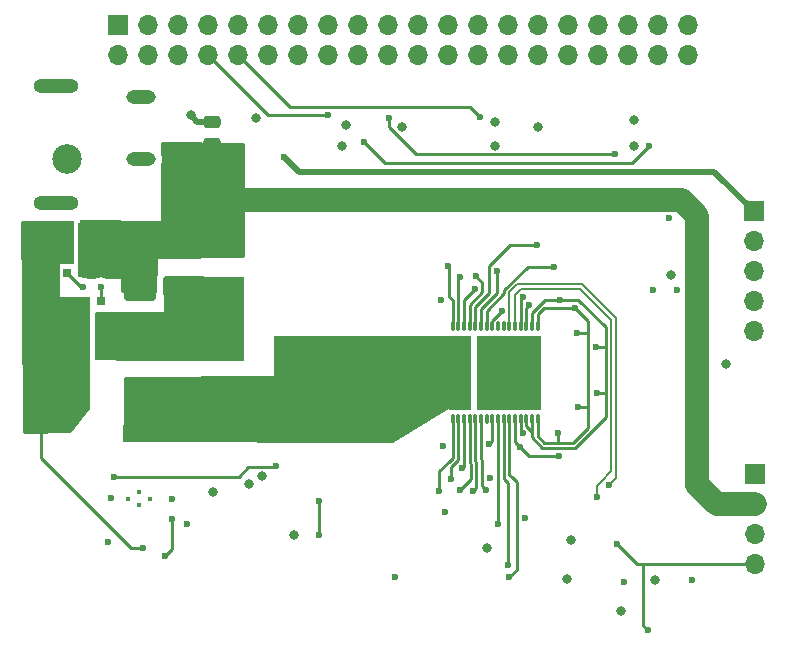
<source format=gbr>
G04 #@! TF.GenerationSoftware,KiCad,Pcbnew,7.0.5-0*
G04 #@! TF.CreationDate,2023-06-09T10:40:46+01:00*
G04 #@! TF.ProjectId,Hashat,48617368-6174-42e6-9b69-6361645f7063,rev?*
G04 #@! TF.SameCoordinates,Original*
G04 #@! TF.FileFunction,Copper,L1,Top*
G04 #@! TF.FilePolarity,Positive*
%FSLAX46Y46*%
G04 Gerber Fmt 4.6, Leading zero omitted, Abs format (unit mm)*
G04 Created by KiCad (PCBNEW 7.0.5-0) date 2023-06-09 10:40:46*
%MOMM*%
%LPD*%
G01*
G04 APERTURE LIST*
G04 Aperture macros list*
%AMRoundRect*
0 Rectangle with rounded corners*
0 $1 Rounding radius*
0 $2 $3 $4 $5 $6 $7 $8 $9 X,Y pos of 4 corners*
0 Add a 4 corners polygon primitive as box body*
4,1,4,$2,$3,$4,$5,$6,$7,$8,$9,$2,$3,0*
0 Add four circle primitives for the rounded corners*
1,1,$1+$1,$2,$3*
1,1,$1+$1,$4,$5*
1,1,$1+$1,$6,$7*
1,1,$1+$1,$8,$9*
0 Add four rect primitives between the rounded corners*
20,1,$1+$1,$2,$3,$4,$5,0*
20,1,$1+$1,$4,$5,$6,$7,0*
20,1,$1+$1,$6,$7,$8,$9,0*
20,1,$1+$1,$8,$9,$2,$3,0*%
%AMFreePoly0*
4,1,35,0.005000,-4.560000,0.003536,-4.563536,0.000000,-4.565000,-5.000000,-4.565000,-5.003536,-4.563536,-5.005000,-4.560000,-5.005000,-3.898000,-5.003536,-3.894464,-5.000000,-3.893000,-4.325000,-3.893000,-4.325000,-3.269700,-5.000000,-3.269700,-5.003536,-3.268236,-5.005000,-3.264700,-5.005000,-2.599700,-5.003536,-2.596164,-5.000000,-2.594700,-4.325000,-2.594700,-4.325000,-1.971400,-5.000000,-1.971400,
-5.003536,-1.969936,-5.005000,-1.966400,-5.005000,-1.301400,-5.003536,-1.297864,-5.000000,-1.296400,-4.325000,-1.296400,-4.325000,-0.673100,-5.000000,-0.673100,-5.003536,-0.671636,-5.005000,-0.668100,-5.005000,0.000000,-5.003536,0.003536,-5.000000,0.005000,0.005000,0.005000,0.005000,-4.560000,0.005000,-4.560000,$1*%
G04 Aperture macros list end*
G04 #@! TA.AperFunction,ComponentPad*
%ADD10R,1.700000X1.700000*%
G04 #@! TD*
G04 #@! TA.AperFunction,ComponentPad*
%ADD11O,1.700000X1.700000*%
G04 #@! TD*
G04 #@! TA.AperFunction,ComponentPad*
%ADD12C,2.500000*%
G04 #@! TD*
G04 #@! TA.AperFunction,ComponentPad*
%ADD13O,3.800000X1.200000*%
G04 #@! TD*
G04 #@! TA.AperFunction,ComponentPad*
%ADD14O,2.500000X1.200000*%
G04 #@! TD*
G04 #@! TA.AperFunction,ComponentPad*
%ADD15C,2.000000*%
G04 #@! TD*
G04 #@! TA.AperFunction,SMDPad,CuDef*
%ADD16R,2.700000X1.600000*%
G04 #@! TD*
G04 #@! TA.AperFunction,SMDPad,CuDef*
%ADD17RoundRect,0.250000X-1.100000X0.325000X-1.100000X-0.325000X1.100000X-0.325000X1.100000X0.325000X0*%
G04 #@! TD*
G04 #@! TA.AperFunction,SMDPad,CuDef*
%ADD18R,0.800000X0.700000*%
G04 #@! TD*
G04 #@! TA.AperFunction,SMDPad,CuDef*
%ADD19FreePoly0,0.000000*%
G04 #@! TD*
G04 #@! TA.AperFunction,SMDPad,CuDef*
%ADD20RoundRect,0.250000X0.475000X-0.250000X0.475000X0.250000X-0.475000X0.250000X-0.475000X-0.250000X0*%
G04 #@! TD*
G04 #@! TA.AperFunction,SMDPad,CuDef*
%ADD21RoundRect,0.250000X0.650000X-0.325000X0.650000X0.325000X-0.650000X0.325000X-0.650000X-0.325000X0*%
G04 #@! TD*
G04 #@! TA.AperFunction,SMDPad,CuDef*
%ADD22RoundRect,0.135000X0.000000X-0.295000X0.000000X0.295000X0.000000X0.295000X0.000000X-0.295000X0*%
G04 #@! TD*
G04 #@! TA.AperFunction,SMDPad,CuDef*
%ADD23RoundRect,0.067500X0.067500X-0.362500X0.067500X0.362500X-0.067500X0.362500X-0.067500X-0.362500X0*%
G04 #@! TD*
G04 #@! TA.AperFunction,SMDPad,CuDef*
%ADD24R,1.850000X6.250000*%
G04 #@! TD*
G04 #@! TA.AperFunction,SMDPad,CuDef*
%ADD25R,5.472000X6.250000*%
G04 #@! TD*
G04 #@! TA.AperFunction,SMDPad,CuDef*
%ADD26FreePoly0,180.000000*%
G04 #@! TD*
G04 #@! TA.AperFunction,SMDPad,CuDef*
%ADD27R,2.000000X3.100000*%
G04 #@! TD*
G04 #@! TA.AperFunction,ComponentPad*
%ADD28C,0.400000*%
G04 #@! TD*
G04 #@! TA.AperFunction,ViaPad*
%ADD29C,0.600000*%
G04 #@! TD*
G04 #@! TA.AperFunction,ViaPad*
%ADD30C,0.800000*%
G04 #@! TD*
G04 #@! TA.AperFunction,Conductor*
%ADD31C,0.500000*%
G04 #@! TD*
G04 #@! TA.AperFunction,Conductor*
%ADD32C,0.250000*%
G04 #@! TD*
G04 #@! TA.AperFunction,Conductor*
%ADD33C,0.254000*%
G04 #@! TD*
G04 #@! TA.AperFunction,Conductor*
%ADD34C,2.000000*%
G04 #@! TD*
G04 #@! TA.AperFunction,Conductor*
%ADD35C,0.200000*%
G04 #@! TD*
G04 APERTURE END LIST*
D10*
X139321000Y-95849000D03*
D11*
X139321000Y-98389000D03*
X139321000Y-100929000D03*
X139321000Y-103469000D03*
D12*
X81119000Y-69136000D03*
D13*
X80159000Y-63006000D03*
D14*
X87369000Y-63936000D03*
X87369000Y-69136000D03*
D15*
X90619000Y-69136000D03*
D13*
X80159000Y-72866000D03*
D16*
X93489000Y-88471000D03*
X93489000Y-85471000D03*
D17*
X90660929Y-76805214D03*
X90660929Y-79755214D03*
D18*
X83976445Y-85052678D03*
X83976445Y-83754378D03*
X83976445Y-82490978D03*
X83976445Y-81192678D03*
D19*
X83071445Y-80842678D03*
D20*
X93398000Y-67876000D03*
X93398000Y-65976000D03*
D21*
X90519000Y-88406000D03*
X90519000Y-85456000D03*
D22*
X113736400Y-91168600D03*
X114216400Y-91168600D03*
X114696400Y-91168600D03*
X115176400Y-91168600D03*
X115656400Y-91168600D03*
X116136400Y-91168600D03*
X116616400Y-91168600D03*
X117096400Y-91168600D03*
X117576400Y-91168600D03*
X118056400Y-91168600D03*
X118536400Y-91168600D03*
X119016400Y-91168600D03*
X119496400Y-91168600D03*
X119976400Y-91168600D03*
X120456400Y-91168600D03*
X120936400Y-91168600D03*
D23*
X120936400Y-83299400D03*
X120456400Y-83299400D03*
D22*
X119976400Y-83299400D03*
X119496400Y-83299400D03*
X119016400Y-83299400D03*
X118536400Y-83299400D03*
X118056400Y-83299400D03*
X117576400Y-83299400D03*
X117096400Y-83299400D03*
X116616400Y-83299400D03*
X116136400Y-83299400D03*
X115656400Y-83299400D03*
X115176400Y-83299400D03*
X114696400Y-83299400D03*
X114216400Y-83299400D03*
X113736400Y-83299400D03*
D24*
X114336400Y-87234000D03*
D25*
X118536400Y-87234000D03*
D18*
X81107864Y-74928114D03*
X81107864Y-76226414D03*
X81107864Y-77489814D03*
X81107864Y-78788114D03*
D26*
X82012864Y-79138114D03*
D10*
X139264000Y-73585000D03*
D11*
X139264000Y-76125000D03*
X139264000Y-78665000D03*
X139264000Y-81205000D03*
X139264000Y-83745000D03*
D27*
X78917000Y-90286000D03*
X87237000Y-90286000D03*
D17*
X87236000Y-80606000D03*
X87236000Y-83556000D03*
X94070929Y-76845214D03*
X94070929Y-79795214D03*
D10*
X85400000Y-57800000D03*
D11*
X85400000Y-60340000D03*
X87940000Y-57800000D03*
X87940000Y-60340000D03*
X90480000Y-57800000D03*
X90480000Y-60340000D03*
X93020000Y-57800000D03*
X93020000Y-60340000D03*
X95560000Y-57800000D03*
X95560000Y-60340000D03*
X98100000Y-57800000D03*
X98100000Y-60340000D03*
X100640000Y-57800000D03*
X100640000Y-60340000D03*
X103180000Y-57800000D03*
X103180000Y-60340000D03*
X105720000Y-57800000D03*
X105720000Y-60340000D03*
X108260000Y-57800000D03*
X108260000Y-60340000D03*
X110800000Y-57800000D03*
X110800000Y-60340000D03*
X113340000Y-57800000D03*
X113340000Y-60340000D03*
X115880000Y-57800000D03*
X115880000Y-60340000D03*
X118420000Y-57800000D03*
X118420000Y-60340000D03*
X120960000Y-57800000D03*
X120960000Y-60340000D03*
X123500000Y-57800000D03*
X123500000Y-60340000D03*
X126040000Y-57800000D03*
X126040000Y-60340000D03*
X128580000Y-57800000D03*
X128580000Y-60340000D03*
X131120000Y-57800000D03*
X131120000Y-60340000D03*
X133660000Y-57800000D03*
X133660000Y-60340000D03*
D28*
X87189691Y-97328200D03*
X88139691Y-97903200D03*
X86239691Y-97903200D03*
X87189691Y-98478200D03*
D29*
X108847000Y-104527000D03*
X90763745Y-81944278D03*
X120682000Y-86488333D03*
X119890000Y-99518000D03*
D30*
X116690000Y-102096000D03*
X136915000Y-86521000D03*
D29*
X117921000Y-89571000D03*
D30*
X97081000Y-65656000D03*
D29*
X112779000Y-81082000D03*
X119388000Y-88029666D03*
D30*
X129104000Y-65873000D03*
X123404000Y-104700000D03*
X117371000Y-65973000D03*
D29*
X119388000Y-84981000D03*
X88314000Y-85204000D03*
D30*
X96506000Y-96706000D03*
X121010000Y-66404500D03*
D29*
X120682000Y-89537000D03*
X92633745Y-83484278D03*
X117921000Y-84998000D03*
X119388000Y-86505333D03*
X87036000Y-85204000D03*
D30*
X132235000Y-78965000D03*
D29*
X84540782Y-101612400D03*
D30*
X91554000Y-65445000D03*
X104707000Y-66307000D03*
D29*
X119388000Y-89554000D03*
X94613745Y-83484278D03*
X116870000Y-96134000D03*
X89990782Y-97912400D03*
X120682000Y-88012666D03*
X116627000Y-86488333D03*
D30*
X100285000Y-100956000D03*
D29*
X116627000Y-84964000D03*
X116627000Y-88012666D03*
D30*
X130857000Y-104767000D03*
D29*
X117921000Y-86522333D03*
D30*
X97591000Y-96021000D03*
D29*
X113137000Y-99001000D03*
X112931000Y-93430000D03*
D30*
X127967000Y-107400500D03*
D29*
X116627000Y-89537000D03*
X92633745Y-81944278D03*
X132728000Y-80275000D03*
D30*
X109430000Y-66407000D03*
D29*
X90763745Y-83484278D03*
X132075000Y-74176000D03*
X89630000Y-82723000D03*
X91249000Y-100085000D03*
X119681000Y-92379000D03*
X120682000Y-84964000D03*
X117921000Y-88046666D03*
X94613745Y-81944278D03*
X130688000Y-80267000D03*
X120188381Y-81530045D03*
X84837000Y-97888000D03*
X85776000Y-85204000D03*
X130258000Y-109024000D03*
X127661000Y-101783000D03*
X102459000Y-98072500D03*
X102458896Y-100990000D03*
X134479000Y-84186000D03*
X134479000Y-75523000D03*
X134479000Y-86047000D03*
X98820000Y-95104000D03*
X95558000Y-75343000D03*
X85070000Y-96065000D03*
X128284000Y-104924000D03*
D30*
X104408000Y-68059000D03*
X123778000Y-101382000D03*
X129126000Y-68010000D03*
D29*
X133978000Y-104785000D03*
D30*
X93425000Y-97317000D03*
X117331000Y-68026000D03*
D29*
X87546671Y-102089293D03*
X114611000Y-89519000D03*
X111153000Y-84769000D03*
X114645000Y-88001000D03*
X92345000Y-90378000D03*
X114662000Y-86499000D03*
X111176000Y-89708000D03*
X114697000Y-84929000D03*
X124385000Y-90118000D03*
X129153000Y-70217000D03*
X124090000Y-81791000D03*
X123690000Y-70217000D03*
X99452000Y-68937000D03*
X111480000Y-70217000D03*
X113437000Y-70217000D03*
X124265000Y-83839000D03*
X122650000Y-92323000D03*
X114580000Y-95310000D03*
X113614000Y-96251000D03*
X125940000Y-88967000D03*
X122872000Y-81066500D03*
X125916500Y-85095000D03*
X112624000Y-97290000D03*
X113397000Y-78196000D03*
X114395000Y-79113000D03*
X115632000Y-80175000D03*
X114378000Y-97207000D03*
X115501000Y-97221000D03*
X116554000Y-97207000D03*
X116860900Y-93249000D03*
X119733000Y-80862000D03*
X125963872Y-97792872D03*
X127017500Y-96743000D03*
X117936900Y-82016000D03*
X122305000Y-78249000D03*
X117473500Y-78610000D03*
X120872000Y-76424000D03*
X115702000Y-79052000D03*
X106241000Y-67695000D03*
X118547000Y-104575000D03*
X130356000Y-68026000D03*
X108373000Y-65675000D03*
X127476000Y-68750500D03*
X118474000Y-103534000D03*
X117579000Y-100085000D03*
X83972000Y-79979000D03*
X89432582Y-102754600D03*
X90022582Y-99664600D03*
X82430000Y-79997000D03*
X103224000Y-65464000D03*
X116060000Y-65603000D03*
X122739000Y-94313000D03*
X119487000Y-93572000D03*
D31*
X93398000Y-65976000D02*
X92085000Y-65976000D01*
D32*
X119976400Y-81742026D02*
X119976400Y-83299400D01*
D31*
X92085000Y-65976000D02*
X91554000Y-65445000D01*
D32*
X120188381Y-81530045D02*
X119976400Y-81742026D01*
X119496400Y-91168600D02*
X119496400Y-92194400D01*
X119496400Y-92194400D02*
X119681000Y-92379000D01*
X139321000Y-103469000D02*
X129893000Y-103469000D01*
X129347000Y-103469000D02*
X127661000Y-101783000D01*
X130258000Y-109024000D02*
X129893000Y-108659000D01*
X129893000Y-108659000D02*
X129893000Y-103469000D01*
X129893000Y-103469000D02*
X129347000Y-103469000D01*
X102459000Y-98072500D02*
X102459000Y-100989896D01*
X102458896Y-98072604D02*
X102459000Y-98072500D01*
X102459000Y-100989896D02*
X102458896Y-100990000D01*
D33*
X96456000Y-95251000D02*
X98673000Y-95251000D01*
D34*
X134479000Y-96724000D02*
X134479000Y-86047000D01*
D33*
X95642000Y-96065000D02*
X96456000Y-95251000D01*
X85070000Y-96065000D02*
X95642000Y-96065000D01*
D34*
X136144000Y-98389000D02*
X134479000Y-96724000D01*
X134479000Y-86047000D02*
X134479000Y-84186000D01*
X134479000Y-73949000D02*
X133139000Y-72609000D01*
X134479000Y-84186000D02*
X134479000Y-82142000D01*
X133139000Y-72609000D02*
X94092000Y-72609000D01*
X139321000Y-98389000D02*
X136144000Y-98389000D01*
X134479000Y-82142000D02*
X134479000Y-75523000D01*
X94092000Y-72609000D02*
X90619000Y-69136000D01*
D33*
X98673000Y-95251000D02*
X98820000Y-95104000D01*
D34*
X134479000Y-75523000D02*
X134479000Y-73949000D01*
D33*
X78917000Y-94491000D02*
X78917000Y-90286000D01*
X87546671Y-102089293D02*
X86515293Y-102089293D01*
X86515293Y-102089293D02*
X78917000Y-94491000D01*
D31*
X129153000Y-70217000D02*
X130614000Y-70217000D01*
X100732000Y-70217000D02*
X111480000Y-70217000D01*
D32*
X120936400Y-83299400D02*
X120936400Y-82301600D01*
X125192000Y-91918000D02*
X123952000Y-93158000D01*
X121447000Y-81791000D02*
X124090000Y-81791000D01*
X120936400Y-92570400D02*
X120936400Y-91168600D01*
D31*
X130614000Y-70217000D02*
X135896000Y-70217000D01*
D32*
X125192000Y-83839000D02*
X125192000Y-90103000D01*
X124385000Y-90118000D02*
X125177000Y-90118000D01*
D31*
X111480000Y-70217000D02*
X113437000Y-70217000D01*
D32*
X123952000Y-93158000D02*
X122650000Y-93158000D01*
X125192000Y-82893000D02*
X125192000Y-83839000D01*
X124265000Y-83839000D02*
X125192000Y-83839000D01*
X125177000Y-90118000D02*
X125192000Y-90103000D01*
X122650000Y-93158000D02*
X121524000Y-93158000D01*
X124090000Y-81791000D02*
X125192000Y-82893000D01*
X125192000Y-90103000D02*
X125192000Y-91918000D01*
D31*
X113437000Y-70217000D02*
X123690000Y-70217000D01*
D32*
X120936400Y-82301600D02*
X121447000Y-81791000D01*
D31*
X99452000Y-68937000D02*
X100732000Y-70217000D01*
D32*
X121524000Y-93158000D02*
X120936400Y-92570400D01*
D31*
X123690000Y-70217000D02*
X129153000Y-70217000D01*
D32*
X122650000Y-92323000D02*
X122650000Y-93158000D01*
D31*
X135896000Y-70217000D02*
X139264000Y-73585000D01*
D32*
X114696400Y-91168600D02*
X114696400Y-95193600D01*
X114696400Y-95193600D02*
X114580000Y-95310000D01*
X114216400Y-91168600D02*
X114216400Y-94648295D01*
X113614000Y-95250695D02*
X113614000Y-96251000D01*
X114216400Y-94648295D02*
X113614000Y-95250695D01*
X120456400Y-92271000D02*
X120456400Y-92726796D01*
X126702000Y-85095000D02*
X126717000Y-85080000D01*
X120456400Y-91168600D02*
X120456400Y-92271000D01*
X121337604Y-93608000D02*
X124138396Y-93608000D01*
X124402500Y-81066500D02*
X122872000Y-81066500D01*
X119976400Y-91168600D02*
X119976400Y-91791000D01*
X126717000Y-88967000D02*
X126717000Y-85080000D01*
X126717000Y-85080000D02*
X126717000Y-83381000D01*
X120456400Y-82145204D02*
X121535104Y-81066500D01*
X125940000Y-88967000D02*
X126717000Y-88967000D01*
X121535104Y-81066500D02*
X122872000Y-81066500D01*
X120456400Y-92726796D02*
X121337604Y-93608000D01*
X126717000Y-91029396D02*
X126717000Y-88967000D01*
X124138396Y-93608000D02*
X126717000Y-91029396D01*
X120456400Y-83299400D02*
X120456400Y-82145204D01*
X119976400Y-91791000D02*
X120456400Y-92271000D01*
X125916500Y-85095000D02*
X126702000Y-85095000D01*
X126717000Y-83381000D02*
X124402500Y-81066500D01*
X113736400Y-94491899D02*
X113544149Y-94684150D01*
X112624000Y-95604299D02*
X112624000Y-97290000D01*
X113544149Y-94684150D02*
X112624000Y-95604299D01*
X113736400Y-91168600D02*
X113736400Y-94491899D01*
X113397000Y-78196000D02*
X113456000Y-78255000D01*
X113456000Y-78255000D02*
X113456000Y-80808000D01*
X113456000Y-80808000D02*
X113736400Y-81088400D01*
X113736400Y-81088400D02*
X113736400Y-83299400D01*
X114216400Y-79291600D02*
X114216400Y-83299400D01*
X114395000Y-79113000D02*
X114216400Y-79291600D01*
X114696400Y-81110600D02*
X115632000Y-80175000D01*
X114696400Y-83299400D02*
X114696400Y-81110600D01*
X115305000Y-96280000D02*
X114378000Y-97207000D01*
X115305000Y-95009695D02*
X115305000Y-96280000D01*
X115176400Y-91168600D02*
X115176400Y-94881095D01*
X115176400Y-94881095D02*
X115305000Y-95009695D01*
X115656400Y-91168600D02*
X115656400Y-94724699D01*
X115755000Y-94823299D02*
X115755000Y-96967000D01*
X115755000Y-96967000D02*
X115501000Y-97221000D01*
X115656400Y-94724699D02*
X115755000Y-94823299D01*
X116205000Y-96858000D02*
X116554000Y-97207000D01*
X116136400Y-91168600D02*
X116136400Y-94568303D01*
X116205000Y-94636903D02*
X116205000Y-96858000D01*
X116136400Y-94568303D02*
X116205000Y-94636903D01*
X117096400Y-93013500D02*
X117096400Y-91168600D01*
X116860900Y-93249000D02*
X117096400Y-93013500D01*
X119496400Y-83299400D02*
X119496400Y-81098600D01*
X119496400Y-81098600D02*
X119733000Y-80862000D01*
D35*
X125963872Y-97792872D02*
X125963872Y-96804128D01*
X127184000Y-82775686D02*
X124564314Y-80156000D01*
X119504000Y-80156000D02*
X119016400Y-80643600D01*
X126314950Y-96453050D02*
X126317500Y-96453050D01*
X124564314Y-80156000D02*
X119504000Y-80156000D01*
X126317500Y-96453050D02*
X127184000Y-95586550D01*
X119016400Y-80643600D02*
X119016400Y-83299400D01*
X125963872Y-96804128D02*
X126314950Y-96453050D01*
X127184000Y-95586550D02*
X127184000Y-82775686D01*
X119211000Y-79756000D02*
X118536400Y-80430600D01*
X127017500Y-96743000D02*
X127584000Y-96176500D01*
X124730000Y-79756000D02*
X119211000Y-79756000D01*
X127584000Y-96176500D02*
X127584000Y-82610000D01*
X118536400Y-80430600D02*
X118536400Y-83299400D01*
X127584000Y-82610000D02*
X124730000Y-79756000D01*
D32*
X117936900Y-82016000D02*
X117914262Y-82016000D01*
X117914262Y-82016000D02*
X117096400Y-82833862D01*
X117096400Y-82833862D02*
X117096400Y-83299400D01*
X118111400Y-80513600D02*
X118111400Y-80244600D01*
X118111400Y-80244600D02*
X120107000Y-78249000D01*
X120107000Y-78249000D02*
X122305000Y-78249000D01*
X116616400Y-82008600D02*
X118111400Y-80513600D01*
X116616400Y-83299400D02*
X116616400Y-82008600D01*
X117473500Y-80490176D02*
X116136400Y-81827276D01*
X116136400Y-81827276D02*
X116136400Y-83299400D01*
X117473500Y-78610000D02*
X117473500Y-80490176D01*
X116849000Y-80478280D02*
X116849000Y-78214000D01*
X116849000Y-78214000D02*
X118639000Y-76424000D01*
X115656400Y-83299400D02*
X115656400Y-81670880D01*
X115656400Y-81670880D02*
X116849000Y-80478280D01*
X118639000Y-76424000D02*
X120872000Y-76424000D01*
X116270000Y-80420884D02*
X116270000Y-80405000D01*
X115176400Y-83299400D02*
X115176400Y-81514484D01*
X116270000Y-79620000D02*
X115702000Y-79052000D01*
X116270000Y-80405000D02*
X116270000Y-79620000D01*
X115176400Y-81514484D02*
X116270000Y-80420884D01*
X119199000Y-96526000D02*
X119199000Y-103923000D01*
X118744000Y-96071000D02*
X119199000Y-96526000D01*
X130356000Y-68026000D02*
X128906500Y-69475500D01*
X128906500Y-69475500D02*
X108021500Y-69475500D01*
X118536400Y-95863400D02*
X118744000Y-96071000D01*
X108021500Y-69475500D02*
X106241000Y-67695000D01*
X118536400Y-91168600D02*
X118536400Y-95863400D01*
X119199000Y-103923000D02*
X118547000Y-104575000D01*
X118056400Y-96253400D02*
X118421000Y-96618000D01*
X118474000Y-96671000D02*
X118474000Y-103534000D01*
X110653500Y-68750500D02*
X127476000Y-68750500D01*
X118056400Y-91168600D02*
X118056400Y-96253400D01*
X108373000Y-65675000D02*
X108373000Y-66470000D01*
X118421000Y-96618000D02*
X118474000Y-96671000D01*
X108373000Y-66470000D02*
X110653500Y-68750500D01*
X117576400Y-93558805D02*
X117576400Y-100082400D01*
X117576400Y-92939195D02*
X117585900Y-92948695D01*
X117576400Y-100082400D02*
X117579000Y-100085000D01*
X117585900Y-92948695D02*
X117585900Y-93549305D01*
X117585900Y-93549305D02*
X117576400Y-93558805D01*
X117576400Y-91168600D02*
X117576400Y-92939195D01*
X83972000Y-79979000D02*
X83976445Y-79983445D01*
X83976445Y-79983445D02*
X83976445Y-81192678D01*
D33*
X90022582Y-99664600D02*
X90022582Y-102164600D01*
X90022582Y-102164600D02*
X89432582Y-102754600D01*
D32*
X82430000Y-79997000D02*
X82391000Y-80036000D01*
X82316750Y-79997000D02*
X81107864Y-78788114D01*
X82430000Y-79997000D02*
X82316750Y-79997000D01*
X98144000Y-65464000D02*
X103224000Y-65464000D01*
X93020000Y-60340000D02*
X98144000Y-65464000D01*
X115196000Y-64739000D02*
X116060000Y-65603000D01*
X95560000Y-60340000D02*
X99959000Y-64739000D01*
X99959000Y-64739000D02*
X115196000Y-64739000D01*
X120228000Y-94313000D02*
X122739000Y-94313000D01*
X119487000Y-93572000D02*
X119016400Y-93101400D01*
X119487000Y-93572000D02*
X120228000Y-94313000D01*
X119016400Y-93101400D02*
X119016400Y-91168600D01*
G04 #@! TA.AperFunction,Conductor*
G36*
X96035923Y-67811802D02*
G01*
X96098493Y-67829129D01*
X96144130Y-67875310D01*
X96160716Y-67938082D01*
X96139212Y-77410457D01*
X96122396Y-77473058D01*
X96076685Y-77519016D01*
X96014175Y-77536167D01*
X88856436Y-77590874D01*
X88856434Y-77590874D01*
X88840000Y-77591000D01*
X88839892Y-77607431D01*
X88839892Y-77607435D01*
X88831680Y-78866894D01*
X88822471Y-78913364D01*
X88776372Y-79027204D01*
X88776366Y-79027221D01*
X88774805Y-79031077D01*
X88773761Y-79035122D01*
X88773761Y-79035124D01*
X88759385Y-79090853D01*
X88759382Y-79090866D01*
X88758342Y-79094900D01*
X88757842Y-79099037D01*
X88757841Y-79099046D01*
X88742602Y-79225301D01*
X88742601Y-79225313D01*
X88742104Y-79229434D01*
X88742154Y-79233579D01*
X88742154Y-79233592D01*
X88756094Y-80374033D01*
X88739361Y-80438333D01*
X88692248Y-80485181D01*
X88627856Y-80501553D01*
X85803719Y-80451171D01*
X85742272Y-80433907D01*
X85697169Y-80388746D01*
X85679983Y-80327280D01*
X85663000Y-79302000D01*
X85646689Y-79301845D01*
X85646688Y-79301845D01*
X84430731Y-79290318D01*
X84364890Y-79271012D01*
X84331004Y-79249720D01*
X84331002Y-79249719D01*
X84325015Y-79245957D01*
X84318339Y-79243621D01*
X84318335Y-79243619D01*
X84159724Y-79188119D01*
X84159720Y-79188118D01*
X84153047Y-79185783D01*
X83972000Y-79165384D01*
X83964971Y-79166176D01*
X83797981Y-79184991D01*
X83797979Y-79184991D01*
X83790953Y-79185783D01*
X83784280Y-79188117D01*
X83784275Y-79188119D01*
X83625664Y-79243619D01*
X83625656Y-79243622D01*
X83618985Y-79245957D01*
X83613000Y-79249717D01*
X83612993Y-79249721D01*
X83592774Y-79262425D01*
X83524550Y-79281728D01*
X82832039Y-79275165D01*
X82783088Y-79263748D01*
X82783015Y-79263957D01*
X82781079Y-79263279D01*
X82781074Y-79263277D01*
X82776339Y-79261621D01*
X82776335Y-79261619D01*
X82617724Y-79206119D01*
X82617720Y-79206118D01*
X82611047Y-79203783D01*
X82604020Y-79202991D01*
X82604019Y-79202991D01*
X82438918Y-79184388D01*
X82398356Y-79172702D01*
X82363931Y-79148275D01*
X82053269Y-78837613D01*
X82025955Y-78796736D01*
X82016364Y-78748518D01*
X82016364Y-78426828D01*
X82024138Y-78383254D01*
X82046502Y-78345057D01*
X82048245Y-78343012D01*
X82051074Y-78340099D01*
X82129940Y-78234603D01*
X82179374Y-78112514D01*
X82195614Y-78050498D01*
X82212364Y-77919848D01*
X82208569Y-74483106D01*
X82203935Y-74448228D01*
X82208400Y-74394607D01*
X82234829Y-74347738D01*
X82278403Y-74316168D01*
X82331168Y-74305656D01*
X89036000Y-74430000D01*
X89046195Y-69578229D01*
X89053121Y-69537302D01*
X89101153Y-69398527D01*
X89131281Y-69188984D01*
X89121208Y-68977526D01*
X89071298Y-68771796D01*
X89059440Y-68745830D01*
X89048055Y-68693230D01*
X89049781Y-67871864D01*
X89066952Y-67808629D01*
X89113555Y-67762567D01*
X89176985Y-67746136D01*
X96035923Y-67811802D01*
G37*
G04 #@! TD.AperFunction*
G04 #@! TA.AperFunction,Conductor*
G36*
X81631874Y-74374581D02*
G01*
X81678097Y-74420655D01*
X81695069Y-74483673D01*
X81698864Y-77920415D01*
X81682624Y-77982431D01*
X81637972Y-78028429D01*
X81576466Y-78046503D01*
X80526285Y-78076534D01*
X80526283Y-78076534D01*
X80510000Y-78077000D01*
X80510017Y-78093291D01*
X80510017Y-78093294D01*
X80510342Y-78390843D01*
X80508849Y-78406102D01*
X80509178Y-78406135D01*
X80508571Y-78412296D01*
X80507364Y-78418366D01*
X80507364Y-79157862D01*
X80508570Y-79163925D01*
X80508571Y-79163935D01*
X80508794Y-79165054D01*
X80511214Y-79189491D01*
X80512981Y-80808417D01*
X80512981Y-80808420D01*
X80513000Y-80825000D01*
X82926983Y-80823363D01*
X82989924Y-80840162D01*
X83036064Y-80886152D01*
X83053067Y-80949040D01*
X83076886Y-90241764D01*
X83069879Y-90283520D01*
X83049436Y-90320598D01*
X81456357Y-92320287D01*
X81412969Y-92355060D01*
X81358839Y-92367772D01*
X77517698Y-92399245D01*
X77454574Y-92382888D01*
X77408081Y-92337165D01*
X77390671Y-92274323D01*
X77293044Y-80823363D01*
X77239081Y-74493803D01*
X77255556Y-74430429D01*
X77301612Y-74383880D01*
X77364805Y-74366730D01*
X81568804Y-74357812D01*
X81631874Y-74374581D01*
G37*
G04 #@! TD.AperFunction*
G04 #@! TA.AperFunction,Conductor*
G36*
X101375692Y-84110739D02*
G01*
X113422219Y-84175101D01*
X113471585Y-84185462D01*
X113471977Y-84185631D01*
X113478804Y-84189669D01*
X113634934Y-84235029D01*
X113671411Y-84237900D01*
X113801388Y-84237899D01*
X113837866Y-84235029D01*
X113941250Y-84204993D01*
X114011550Y-84204993D01*
X114114934Y-84235029D01*
X114151411Y-84237900D01*
X114281388Y-84237899D01*
X114317866Y-84235029D01*
X114421250Y-84204993D01*
X114491550Y-84204993D01*
X114594934Y-84235029D01*
X114631411Y-84237900D01*
X114761388Y-84237899D01*
X114797866Y-84235029D01*
X114901250Y-84204993D01*
X114971550Y-84204993D01*
X115074934Y-84235029D01*
X115111411Y-84237900D01*
X115150747Y-84237899D01*
X115213389Y-84254573D01*
X115259452Y-84300185D01*
X115276742Y-84362662D01*
X115291894Y-85906217D01*
X115291900Y-85907454D01*
X115291900Y-90104101D01*
X115275019Y-90167101D01*
X115228900Y-90213220D01*
X115165901Y-90230100D01*
X115111412Y-90230101D01*
X115108968Y-90230293D01*
X115108949Y-90230294D01*
X115081354Y-90232465D01*
X115081345Y-90232466D01*
X115074934Y-90232971D01*
X115068752Y-90234766D01*
X115068746Y-90234768D01*
X114971552Y-90263005D01*
X114901248Y-90263005D01*
X114804047Y-90234766D01*
X114804040Y-90234764D01*
X114797866Y-90232971D01*
X114791453Y-90232466D01*
X114791452Y-90232466D01*
X114763843Y-90230293D01*
X114763839Y-90230292D01*
X114761389Y-90230100D01*
X114758920Y-90230100D01*
X114633883Y-90230100D01*
X114633858Y-90230100D01*
X114631412Y-90230101D01*
X114628968Y-90230293D01*
X114628949Y-90230294D01*
X114601354Y-90232465D01*
X114601345Y-90232466D01*
X114594934Y-90232971D01*
X114588752Y-90234766D01*
X114588746Y-90234768D01*
X114491552Y-90263005D01*
X114421248Y-90263005D01*
X114324047Y-90234766D01*
X114324040Y-90234764D01*
X114317866Y-90232971D01*
X114311453Y-90232466D01*
X114311452Y-90232466D01*
X114283843Y-90230293D01*
X114283839Y-90230292D01*
X114281389Y-90230100D01*
X114278920Y-90230100D01*
X114153883Y-90230100D01*
X114153858Y-90230100D01*
X114151412Y-90230101D01*
X114148968Y-90230293D01*
X114148949Y-90230294D01*
X114121354Y-90232465D01*
X114121345Y-90232466D01*
X114114934Y-90232971D01*
X114108752Y-90234766D01*
X114108746Y-90234768D01*
X114011552Y-90263005D01*
X113941248Y-90263005D01*
X113844047Y-90234766D01*
X113844040Y-90234764D01*
X113837866Y-90232971D01*
X113831453Y-90232466D01*
X113831452Y-90232466D01*
X113803843Y-90230293D01*
X113803839Y-90230292D01*
X113801389Y-90230100D01*
X113798920Y-90230100D01*
X113673883Y-90230100D01*
X113673858Y-90230100D01*
X113671412Y-90230101D01*
X113668968Y-90230293D01*
X113668949Y-90230294D01*
X113641352Y-90232465D01*
X113641341Y-90232466D01*
X113634934Y-90232971D01*
X113628755Y-90234765D01*
X113628750Y-90234767D01*
X113486416Y-90276119D01*
X113486412Y-90276120D01*
X113478804Y-90278331D01*
X113471987Y-90282362D01*
X113471979Y-90282366D01*
X113390847Y-90330347D01*
X113355583Y-90340469D01*
X113356311Y-90342951D01*
X113340485Y-90347590D01*
X113324000Y-90348000D01*
X113309900Y-90356555D01*
X113309900Y-90356556D01*
X108697216Y-93155663D01*
X108631657Y-93173945D01*
X85965639Y-93139197D01*
X85901913Y-93121781D01*
X85855759Y-93074515D01*
X85839863Y-93010393D01*
X85898943Y-90356556D01*
X85958267Y-87691764D01*
X85975988Y-87630085D01*
X86021793Y-87585133D01*
X86083796Y-87568573D01*
X98617000Y-87525000D01*
X98617000Y-84222675D01*
X98633993Y-84159481D01*
X98680389Y-84113332D01*
X98743673Y-84096677D01*
X101375692Y-84110739D01*
G37*
G04 #@! TD.AperFunction*
G04 #@! TA.AperFunction,Conductor*
G36*
X95985557Y-79127670D02*
G01*
X96048239Y-79144721D01*
X96094098Y-79190730D01*
X96110944Y-79253468D01*
X96121942Y-86150636D01*
X96104989Y-86213962D01*
X96058517Y-86260201D01*
X95995106Y-86276834D01*
X86961151Y-86216879D01*
X83590307Y-86194508D01*
X83527663Y-86177351D01*
X83481887Y-86131270D01*
X83465145Y-86068512D01*
X83465145Y-82254738D01*
X83481196Y-82193198D01*
X83525259Y-82147336D01*
X83586107Y-82128839D01*
X84961958Y-82073805D01*
X84968326Y-82073713D01*
X89291000Y-82122000D01*
X89255566Y-79223158D01*
X89272029Y-79159335D01*
X89318465Y-79112555D01*
X89382168Y-79095622D01*
X95985557Y-79127670D01*
G37*
G04 #@! TD.AperFunction*
M02*

</source>
